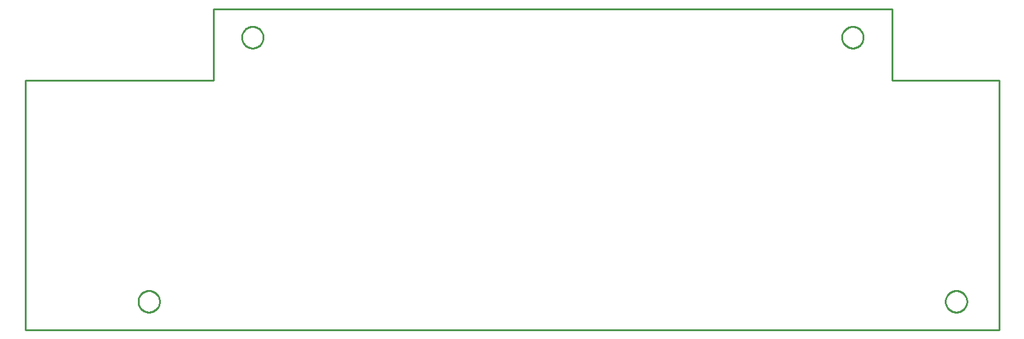
<source format=gbr>
G04 EAGLE Gerber RS-274X export*
G75*
%MOMM*%
%FSLAX34Y34*%
%LPD*%
%IN*%
%IPPOS*%
%AMOC8*
5,1,8,0,0,1.08239X$1,22.5*%
G01*
%ADD10C,0.254000*%


D10*
X-738100Y0D02*
X625000Y0D01*
X625000Y350000D01*
X475000Y350000D01*
X475000Y450000D01*
X-475000Y450000D01*
X-475000Y350000D01*
X-738100Y350000D01*
X-738100Y0D01*
X-405000Y409464D02*
X-405076Y408396D01*
X-405229Y407335D01*
X-405457Y406288D01*
X-405759Y405260D01*
X-406133Y404256D01*
X-406578Y403281D01*
X-407092Y402341D01*
X-407671Y401440D01*
X-408313Y400582D01*
X-409015Y399772D01*
X-409772Y399015D01*
X-410582Y398313D01*
X-411440Y397671D01*
X-412341Y397092D01*
X-413281Y396578D01*
X-414256Y396133D01*
X-415260Y395759D01*
X-416288Y395457D01*
X-417335Y395229D01*
X-418396Y395076D01*
X-419464Y395000D01*
X-420536Y395000D01*
X-421604Y395076D01*
X-422665Y395229D01*
X-423712Y395457D01*
X-424740Y395759D01*
X-425744Y396133D01*
X-426719Y396578D01*
X-427659Y397092D01*
X-428560Y397671D01*
X-429418Y398313D01*
X-430228Y399015D01*
X-430985Y399772D01*
X-431687Y400582D01*
X-432329Y401440D01*
X-432908Y402341D01*
X-433422Y403281D01*
X-433867Y404256D01*
X-434241Y405260D01*
X-434543Y406288D01*
X-434771Y407335D01*
X-434924Y408396D01*
X-435000Y409464D01*
X-435000Y410536D01*
X-434924Y411604D01*
X-434771Y412665D01*
X-434543Y413712D01*
X-434241Y414740D01*
X-433867Y415744D01*
X-433422Y416719D01*
X-432908Y417659D01*
X-432329Y418560D01*
X-431687Y419418D01*
X-430985Y420228D01*
X-430228Y420985D01*
X-429418Y421687D01*
X-428560Y422329D01*
X-427659Y422908D01*
X-426719Y423422D01*
X-425744Y423867D01*
X-424740Y424241D01*
X-423712Y424543D01*
X-422665Y424771D01*
X-421604Y424924D01*
X-420536Y425000D01*
X-419464Y425000D01*
X-418396Y424924D01*
X-417335Y424771D01*
X-416288Y424543D01*
X-415260Y424241D01*
X-414256Y423867D01*
X-413281Y423422D01*
X-412341Y422908D01*
X-411440Y422329D01*
X-410582Y421687D01*
X-409772Y420985D01*
X-409015Y420228D01*
X-408313Y419418D01*
X-407671Y418560D01*
X-407092Y417659D01*
X-406578Y416719D01*
X-406133Y415744D01*
X-405759Y414740D01*
X-405457Y413712D01*
X-405229Y412665D01*
X-405076Y411604D01*
X-405000Y410536D01*
X-405000Y409464D01*
X-550000Y39464D02*
X-550076Y38396D01*
X-550229Y37335D01*
X-550457Y36288D01*
X-550759Y35260D01*
X-551133Y34256D01*
X-551578Y33281D01*
X-552092Y32341D01*
X-552671Y31440D01*
X-553313Y30582D01*
X-554015Y29772D01*
X-554772Y29015D01*
X-555582Y28313D01*
X-556440Y27671D01*
X-557341Y27092D01*
X-558281Y26578D01*
X-559256Y26133D01*
X-560260Y25759D01*
X-561288Y25457D01*
X-562335Y25229D01*
X-563396Y25076D01*
X-564464Y25000D01*
X-565536Y25000D01*
X-566604Y25076D01*
X-567665Y25229D01*
X-568712Y25457D01*
X-569740Y25759D01*
X-570744Y26133D01*
X-571719Y26578D01*
X-572659Y27092D01*
X-573560Y27671D01*
X-574418Y28313D01*
X-575228Y29015D01*
X-575985Y29772D01*
X-576687Y30582D01*
X-577329Y31440D01*
X-577908Y32341D01*
X-578422Y33281D01*
X-578867Y34256D01*
X-579241Y35260D01*
X-579543Y36288D01*
X-579771Y37335D01*
X-579924Y38396D01*
X-580000Y39464D01*
X-580000Y40536D01*
X-579924Y41604D01*
X-579771Y42665D01*
X-579543Y43712D01*
X-579241Y44740D01*
X-578867Y45744D01*
X-578422Y46719D01*
X-577908Y47659D01*
X-577329Y48560D01*
X-576687Y49418D01*
X-575985Y50228D01*
X-575228Y50985D01*
X-574418Y51687D01*
X-573560Y52329D01*
X-572659Y52908D01*
X-571719Y53422D01*
X-570744Y53867D01*
X-569740Y54241D01*
X-568712Y54543D01*
X-567665Y54771D01*
X-566604Y54924D01*
X-565536Y55000D01*
X-564464Y55000D01*
X-563396Y54924D01*
X-562335Y54771D01*
X-561288Y54543D01*
X-560260Y54241D01*
X-559256Y53867D01*
X-558281Y53422D01*
X-557341Y52908D01*
X-556440Y52329D01*
X-555582Y51687D01*
X-554772Y50985D01*
X-554015Y50228D01*
X-553313Y49418D01*
X-552671Y48560D01*
X-552092Y47659D01*
X-551578Y46719D01*
X-551133Y45744D01*
X-550759Y44740D01*
X-550457Y43712D01*
X-550229Y42665D01*
X-550076Y41604D01*
X-550000Y40536D01*
X-550000Y39464D01*
X435000Y409464D02*
X434924Y408396D01*
X434771Y407335D01*
X434543Y406288D01*
X434241Y405260D01*
X433867Y404256D01*
X433422Y403281D01*
X432908Y402341D01*
X432329Y401440D01*
X431687Y400582D01*
X430985Y399772D01*
X430228Y399015D01*
X429418Y398313D01*
X428560Y397671D01*
X427659Y397092D01*
X426719Y396578D01*
X425744Y396133D01*
X424740Y395759D01*
X423712Y395457D01*
X422665Y395229D01*
X421604Y395076D01*
X420536Y395000D01*
X419464Y395000D01*
X418396Y395076D01*
X417335Y395229D01*
X416288Y395457D01*
X415260Y395759D01*
X414256Y396133D01*
X413281Y396578D01*
X412341Y397092D01*
X411440Y397671D01*
X410582Y398313D01*
X409772Y399015D01*
X409015Y399772D01*
X408313Y400582D01*
X407671Y401440D01*
X407092Y402341D01*
X406578Y403281D01*
X406133Y404256D01*
X405759Y405260D01*
X405457Y406288D01*
X405229Y407335D01*
X405076Y408396D01*
X405000Y409464D01*
X405000Y410536D01*
X405076Y411604D01*
X405229Y412665D01*
X405457Y413712D01*
X405759Y414740D01*
X406133Y415744D01*
X406578Y416719D01*
X407092Y417659D01*
X407671Y418560D01*
X408313Y419418D01*
X409015Y420228D01*
X409772Y420985D01*
X410582Y421687D01*
X411440Y422329D01*
X412341Y422908D01*
X413281Y423422D01*
X414256Y423867D01*
X415260Y424241D01*
X416288Y424543D01*
X417335Y424771D01*
X418396Y424924D01*
X419464Y425000D01*
X420536Y425000D01*
X421604Y424924D01*
X422665Y424771D01*
X423712Y424543D01*
X424740Y424241D01*
X425744Y423867D01*
X426719Y423422D01*
X427659Y422908D01*
X428560Y422329D01*
X429418Y421687D01*
X430228Y420985D01*
X430985Y420228D01*
X431687Y419418D01*
X432329Y418560D01*
X432908Y417659D01*
X433422Y416719D01*
X433867Y415744D01*
X434241Y414740D01*
X434543Y413712D01*
X434771Y412665D01*
X434924Y411604D01*
X435000Y410536D01*
X435000Y409464D01*
X580000Y39464D02*
X579924Y38396D01*
X579771Y37335D01*
X579543Y36288D01*
X579241Y35260D01*
X578867Y34256D01*
X578422Y33281D01*
X577908Y32341D01*
X577329Y31440D01*
X576687Y30582D01*
X575985Y29772D01*
X575228Y29015D01*
X574418Y28313D01*
X573560Y27671D01*
X572659Y27092D01*
X571719Y26578D01*
X570744Y26133D01*
X569740Y25759D01*
X568712Y25457D01*
X567665Y25229D01*
X566604Y25076D01*
X565536Y25000D01*
X564464Y25000D01*
X563396Y25076D01*
X562335Y25229D01*
X561288Y25457D01*
X560260Y25759D01*
X559256Y26133D01*
X558281Y26578D01*
X557341Y27092D01*
X556440Y27671D01*
X555582Y28313D01*
X554772Y29015D01*
X554015Y29772D01*
X553313Y30582D01*
X552671Y31440D01*
X552092Y32341D01*
X551578Y33281D01*
X551133Y34256D01*
X550759Y35260D01*
X550457Y36288D01*
X550229Y37335D01*
X550076Y38396D01*
X550000Y39464D01*
X550000Y40536D01*
X550076Y41604D01*
X550229Y42665D01*
X550457Y43712D01*
X550759Y44740D01*
X551133Y45744D01*
X551578Y46719D01*
X552092Y47659D01*
X552671Y48560D01*
X553313Y49418D01*
X554015Y50228D01*
X554772Y50985D01*
X555582Y51687D01*
X556440Y52329D01*
X557341Y52908D01*
X558281Y53422D01*
X559256Y53867D01*
X560260Y54241D01*
X561288Y54543D01*
X562335Y54771D01*
X563396Y54924D01*
X564464Y55000D01*
X565536Y55000D01*
X566604Y54924D01*
X567665Y54771D01*
X568712Y54543D01*
X569740Y54241D01*
X570744Y53867D01*
X571719Y53422D01*
X572659Y52908D01*
X573560Y52329D01*
X574418Y51687D01*
X575228Y50985D01*
X575985Y50228D01*
X576687Y49418D01*
X577329Y48560D01*
X577908Y47659D01*
X578422Y46719D01*
X578867Y45744D01*
X579241Y44740D01*
X579543Y43712D01*
X579771Y42665D01*
X579924Y41604D01*
X580000Y40536D01*
X580000Y39464D01*
M02*

</source>
